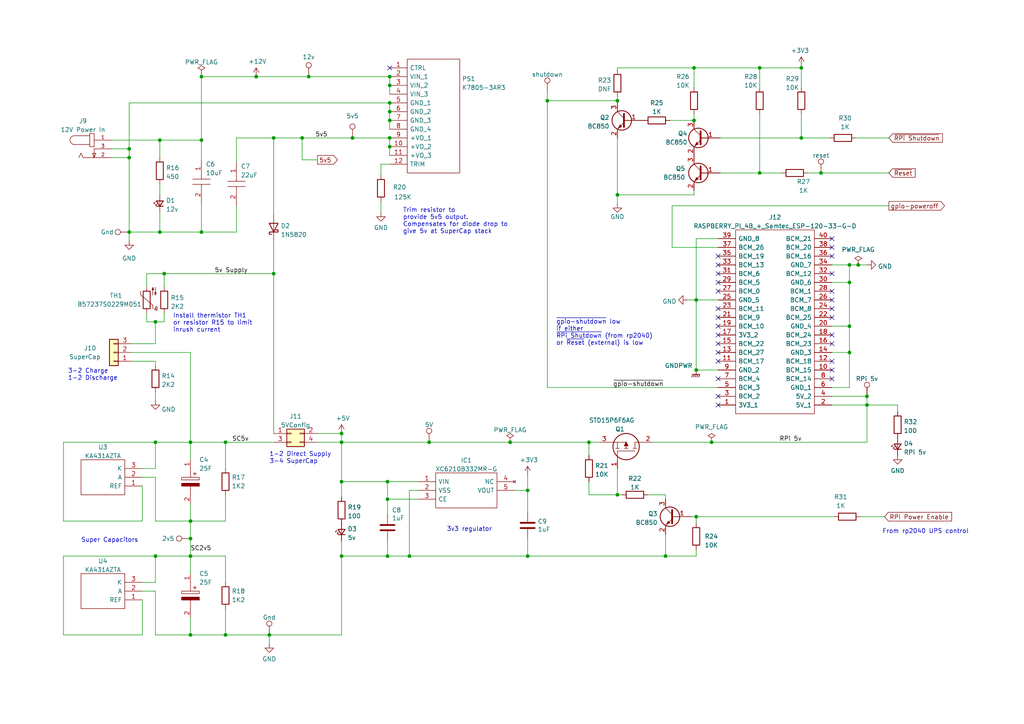
<source format=kicad_sch>
(kicad_sch (version 20211123) (generator eeschema)
  (paper "A4")
  (title_block (title "GUP Control Board") (date "2022-08-08") (rev "v3"))
  (lib_symbols
    (symbol "Connector:TestPoint" (pin_numbers hide) (pin_names (offset 0.762) hide)
      (property "Reference" "TP" (at 0 6.858 0))
      (property "Value" "TestPoint" (at 0 5.08 0))
      (symbol "TestPoint_1_1"
        (pin passive line (at 0 0 90) (length 2.54) (name "1") (number "1"))
      )
    )
    (symbol "Connector_Generic:Conn_01x03" (pin_names (offset 1.016) hide)
      (property "Reference" "J" (at 0 5.08 0))
      (property "Value" "Conn_01x03" (at 0 -5.08 0))
      (symbol "Conn_01x03_1_1"
        (pin passive line (at -5.08 2.54 0) (length 3.81) (name "Pin_1") (number "1"))
        (pin passive line (at -5.08 0 0) (length 3.81) (name "Pin_2") (number "2"))
        (pin passive line (at -5.08 -2.54 0) (length 3.81) (name "Pin_3") (number "3"))
      )
    )
    (symbol "Connector_Generic:Conn_02x02_Odd_Even" (pin_names (offset 1.016) hide)
      (property "Reference" "J" (at 1.27 2.54 0))
      (property "Value" "Conn_02x02_Odd_Even" (at 1.27 -5.08 0))
      (symbol "Conn_02x02_Odd_Even_1_1"
        (pin passive line (at -5.08 0 0) (length 3.81) (name "Pin_1") (number "1"))
        (pin passive line (at 7.62 0 180) (length 3.81) (name "Pin_2") (number "2"))
        (pin passive line (at -5.08 -2.54 0) (length 3.81) (name "Pin_3") (number "3"))
        (pin passive line (at 7.62 -2.54 180) (length 3.81) (name "Pin_4") (number "4"))
      )
    )
    (symbol "Device:C" (pin_numbers hide) (pin_names (offset 0.254))
      (property "Reference" "C" (at 0.635 2.54 0))
      (property "Value" "C" (at 0.635 -2.54 0))
      (symbol "C_1_1"
        (pin passive line (at 0 3.81 270) (length 2.794) (name "~") (number "1"))
        (pin passive line (at 0 -3.81 90) (length 2.794) (name "~") (number "2"))
      )
    )
    (symbol "Device:LED_Small" (pin_numbers hide) (pin_names (offset 0.254) hide)
      (property "Reference" "D" (at -1.27 3.175 0))
      (property "Value" "LED_Small" (at -4.445 -2.54 0))
      (symbol "LED_Small_1_1"
        (pin passive line (at -2.54 0 0) (length 1.778) (name "K") (number "1"))
        (pin passive line (at 2.54 0 180) (length 1.778) (name "A") (number "2"))
      )
    )
    (symbol "Device:R" (pin_numbers hide) (pin_names (offset 0))
      (property "Reference" "R" (at 2.032 0 90))
      (property "Value" "R" (at 0 0 90))
      (symbol "R_1_1"
        (pin passive line (at 0 3.81 270) (length 1.27) (name "~") (number "1"))
        (pin passive line (at 0 -3.81 90) (length 1.27) (name "~") (number "2"))
      )
    )
    (symbol "Device:Thermistor_NTC" (pin_numbers hide) (pin_names (offset 0))
      (property "Reference" "TH" (at -4.445 0 90))
      (property "Value" "Thermistor_NTC" (at 3.175 0 90))
      (symbol "Thermistor_NTC_1_1"
        (pin passive line (at 0 3.81 270) (length 1.27) (name "~") (number "1"))
        (pin passive line (at 0 -3.81 90) (length 1.27) (name "~") (number "2"))
      )
    )
    (symbol "Diode:1N5820" (pin_numbers hide) (pin_names (offset 1.016) hide)
      (property "Reference" "D" (at 0 2.54 0))
      (property "Value" "1N5820" (at 0 -2.54 0))
      (symbol "1N5820_1_1"
        (pin passive line (at -3.81 0 0) (length 2.54) (name "K") (number "1"))
        (pin passive line (at 3.81 0 180) (length 2.54) (name "A") (number "2"))
      )
    )
    (symbol "SamacSys_Parts:FG20X7S1H106KRT06" (pin_names (offset 0.762))
      (property "Reference" "C" (at 8.89 6.35 0))
      (property "Value" "FG20X7S1H106KRT06" (at 8.89 3.81 0))
      (symbol "FG20X7S1H106KRT06_0_0"
        (pin passive line (at 0 0 0) (length 5.08) (name "~") (number "1"))
        (pin passive line (at 12.7 0 180) (length 5.08) (name "~") (number "2"))
      )
    )
    (symbol "SamacSys_Parts:FK20X7R1A226MR000" (pin_names (offset 0.762))
      (property "Reference" "C" (at 8.89 6.35 0))
      (property "Value" "FK20X7R1A226MR000" (at 8.89 3.81 0))
      (symbol "FK20X7R1A226MR000_0_0"
        (pin passive line (at 0 0 0) (length 5.08) (name "~") (number "1"))
        (pin passive line (at 12.7 0 180) (length 5.08) (name "~") (number "2"))
      )
    )
    (symbol "SamacSys_Parts:K7805-3AR3" (pin_names (offset 0.762))
      (property "Reference" "PS" (at 21.59 7.62 0))
      (property "Value" "K7805-3AR3" (at 21.59 5.08 0))
      (symbol "K7805-3AR3_0_0"
        (pin passive line (at 0 0 0) (length 5.08) (name "CTRL") (number "1"))
        (pin passive line (at 0 -22.86 0) (length 5.08) (name "+VO_2") (number "10"))
        (pin passive line (at 0 -25.4 0) (length 5.08) (name "+VO_3") (number "11"))
        (pin passive line (at 0 -27.94 0) (length 5.08) (name "TRIM") (number "12"))
        (pin passive line (at 0 -2.54 0) (length 5.08) (name "VIN_1") (number "2"))
        (pin passive line (at 0 -5.08 0) (length 5.08) (name "VIN_2") (number "3"))
        (pin passive line (at 0 -7.62 0) (length 5.08) (name "VIN_3") (number "4"))
        (pin passive line (at 0 -10.16 0) (length 5.08) (name "GND_1") (number "5"))
        (pin passive line (at 0 -12.7 0) (length 5.08) (name "GND_2") (number "6"))
        (pin passive line (at 0 -15.24 0) (length 5.08) (name "GND_3") (number "7"))
        (pin passive line (at 0 -17.78 0) (length 5.08) (name "GND_4") (number "8"))
        (pin passive line (at 0 -20.32 0) (length 5.08) (name "+VO_1") (number "9"))
      )
    )
    (symbol "SamacSys_Parts:KA431AZTA" (pin_names (offset 0.762))
      (property "Reference" "IC" (at 19.05 7.62 0))
      (property "Value" "KA431AZTA" (at 19.05 5.08 0))
      (symbol "KA431AZTA_0_0"
        (pin passive line (at 0 0 0) (length 5.08) (name "REF") (number "1"))
        (pin passive line (at 0 -2.54 0) (length 5.08) (name "A") (number "2"))
        (pin passive line (at 0 -5.08 0) (length 5.08) (name "K") (number "3"))
      )
    )
    (symbol "SamacSys_Parts:PJ-102AH" (pin_names (offset 1.016) hide)
      (property "Reference" "J" (at -7.62 5.08 0))
      (property "Value" "PJ-102AH" (at -7.62 -5.08 0))
      (symbol "PJ-102AH_0_0"
        (pin passive line (at 5.08 2.54 180) (length 5.08) (name "~") (number "1"))
        (pin passive line (at 5.08 -2.54 180) (length 5.08) (name "~") (number "2"))
        (pin passive line (at 5.08 0 180) (length 5.08) (name "~") (number "3"))
      )
    )
    (symbol "SamacSys_Parts:RASPBERRY_PI_4B_+_Samtec_ESP-120-33-G-D" (pin_names (offset 0.762))
      (property "Reference" "J" (at 29.21 7.62 0))
      (property "Value" "RASPBERRY_PI_4B_+_Samtec_ESP-120-33-G-D" (at 29.21 5.08 0))
      (symbol "RASPBERRY_PI_4B_+_Samtec_ESP-120-33-G-D_0_0"
        (pin power_in line (at 0 -48.26 0) (length 5.08) (name "3V3_1") (number "1"))
        (pin passive line (at 33.02 -38.1 180) (length 5.08) (name "BCM_15") (number "10"))
        (pin passive line (at 0 -35.56 0) (length 5.08) (name "BCM_17") (number "11"))
        (pin passive line (at 33.02 -35.56 180) (length 5.08) (name "BCM_18") (number "12"))
        (pin passive line (at 0 -33.02 0) (length 5.08) (name "BCM_27") (number "13"))
        (pin power_in line (at 33.02 -33.02 180) (length 5.08) (name "GND_3") (number "14"))
        (pin passive line (at 0 -30.48 0) (length 5.08) (name "BCM_22") (number "15"))
        (pin passive line (at 33.02 -30.48 180) (length 5.08) (name "BCM_23") (number "16"))
        (pin power_in line (at 0 -27.94 0) (length 5.08) (name "3V3_2") (number "17"))
        (pin passive line (at 33.02 -27.94 180) (length 5.08) (name "BCM_24") (number "18"))
        (pin passive line (at 0 -25.4 0) (length 5.08) (name "BCM_10") (number "19"))
        (pin power_in line (at 33.02 -48.26 180) (length 5.08) (name "5V_1") (number "2"))
        (pin power_in line (at 33.02 -25.4 180) (length 5.08) (name "GND_4") (number "20"))
        (pin passive line (at 0 -22.86 0) (length 5.08) (name "BCM_9") (number "21"))
        (pin passive line (at 33.02 -22.86 180) (length 5.08) (name "BCM_25") (number "22"))
        (pin passive line (at 0 -20.32 0) (length 5.08) (name "BCM_11") (number "23"))
        (pin passive line (at 33.02 -20.32 180) (length 5.08) (name "BCM_8") (number "24"))
        (pin power_in line (at 0 -17.78 0) (length 5.08) (name "GND_5") (number "25"))
        (pin passive line (at 33.02 -17.78 180) (length 5.08) (name "BCM_7") (number "26"))
        (pin passive line (at 0 -15.24 0) (length 5.08) (name "BCM_0") (number "27"))
        (pin passive line (at 33.02 -15.24 180) (length 5.08) (name "BCM_1") (number "28"))
        (pin passive line (at 0 -12.7 0) (length 5.08) (name "BCM_5") (number "29"))
        (pin passive line (at 0 -45.72 0) (length 5.08) (name "BCM_2") (number "3"))
        (pin power_in line (at 33.02 -12.7 180) (length 5.08) (name "GND_6") (number "30"))
        (pin passive line (at 0 -10.16 0) (length 5.08) (name "BCM_6") (number "31"))
        (pin passive line (at 33.02 -10.16 180) (length 5.08) (name "BCM_12") (number "32"))
        (pin passive line (at 0 -7.62 0) (length 5.08) (name "BCM_13") (number "33"))
        (pin power_in line (at 33.02 -7.62 180) (length 5.08) (name "GND_7") (number "34"))
        (pin passive line (at 0 -5.08 0) (length 5.08) (name "BCM_19") (number "35"))
        (pin passive line (at 33.02 -5.08 180) (length 5.08) (name "BCM_16") (number "36"))
        (pin passive line (at 0 -2.54 0) (length 5.08) (name "BCM_26") (number "37"))
        (pin passive line (at 33.02 -2.54 180) (length 5.08) (name "BCM_20") (number "38"))
        (pin power_in line (at 0 0 0) (length 5.08) (name "GND_8") (number "39"))
        (pin power_in line (at 33.02 -45.72 180) (length 5.08) (name "5V_2") (number "4"))
        (pin passive line (at 33.02 0 180) (length 5.08) (name "BCM_21") (number "40"))
        (pin passive line (at 0 -43.18 0) (length 5.08) (name "BCM_3") (number "5"))
        (pin power_in line (at 33.02 -43.18 180) (length 5.08) (name "GND_1") (number "6"))
        (pin passive line (at 0 -40.64 0) (length 5.08) (name "BCM_4") (number "7"))
        (pin passive line (at 33.02 -40.64 180) (length 5.08) (name "BCM_14") (number "8"))
        (pin power_in line (at 0 -38.1 0) (length 5.08) (name "GND_2") (number "9"))
      )
    )
    (symbol "SamacSys_Parts:SCCU25B256SRB" (pin_names (offset 0.762))
      (property "Reference" "C" (at 8.89 6.35 0))
      (property "Value" "SCCU25B256SRB" (at 8.89 3.81 0))
      (symbol "SCCU25B256SRB_0_0"
        (pin passive line (at 0 0 0) (length 2.54) (name "~") (number "1"))
        (pin passive line (at 12.7 0 180) (length 2.54) (name "~") (number "2"))
      )
    )
    (symbol "SamacSys_Parts:STD15P6F6AG" (pin_names (offset 0.762))
      (property "Reference" "Q" (at 11.43 3.81 0))
      (property "Value" "STD15P6F6AG" (at 11.43 1.27 0))
      (symbol "STD15P6F6AG_0_0"
        (pin passive line (at 0 0 0) (length 2.54) (name "~") (number "1"))
        (pin passive line (at 7.62 10.16 270) (length 2.54) (name "~") (number "2"))
        (pin passive line (at 7.62 -5.08 90) (length 2.54) (name "~") (number "3"))
      )
    )
    (symbol "SamacSys_Parts:XC6210B332MR-G" (pin_names (offset 0.762))
      (property "Reference" "IC" (at 24.13 7.62 0))
      (property "Value" "XC6210B332MR-G" (at 24.13 5.08 0))
      (symbol "XC6210B332MR-G_0_0"
        (pin passive line (at 0 0 0) (length 5.08) (name "VIN") (number "1"))
        (pin passive line (at 0 -2.54 0) (length 5.08) (name "VSS") (number "2"))
        (pin passive line (at 0 -5.08 0) (length 5.08) (name "CE") (number "3"))
        (pin no_connect line (at 27.94 0 180) (length 5.08) (name "NC") (number "4"))
        (pin passive line (at 27.94 -2.54 180) (length 5.08) (name "VOUT") (number "5"))
      )
    )
    (symbol "Transistor_BJT:BC850" (pin_names (offset 0) hide)
      (property "Reference" "Q" (at 5.08 1.905 0))
      (property "Value" "BC850" (at 5.08 0 0))
      (symbol "BC850_1_1"
        (pin input line (at -5.08 0 0) (length 5.715) (name "B") (number "1"))
        (pin passive line (at 2.54 -5.08 90) (length 2.54) (name "E") (number "2"))
        (pin passive line (at 2.54 5.08 270) (length 2.54) (name "C") (number "3"))
      )
    )
    (symbol "power:+12V" (power) (pin_names (offset 0))
      (property "Value" "+12V" (at 0 3.556 0))
      (symbol "+12V_1_1"
        (pin power_in line (at 0 0 90) (length 0) hide (name "+12V") (number "1"))
      )
    )
    (symbol "power:+3V3" (power) (pin_names (offset 0))
      (property "Value" "+3V3" (at 0 3.556 0))
      (symbol "+3V3_1_1"
        (pin power_in line (at 0 0 90) (length 0) hide (name "+3V3") (number "1"))
      )
    )
    (symbol "power:+5V" (power) (pin_names (offset 0))
      (property "Value" "+5V" (at 0 3.556 0))
      (symbol "+5V_1_1"
        (pin power_in line (at 0 0 90) (length 0) hide (name "+5V") (number "1"))
      )
    )
    (symbol "power:GND" (power) (pin_names (offset 0))
      (property "Value" "GND" (at 0 -3.81 0))
      (symbol "GND_1_1"
        (pin power_in line (at 0 0 270) (length 0) hide (name "GND") (number "1"))
      )
    )
    (symbol "power:GNDPWR" (power) (pin_names (offset 0))
      (property "Value" "GNDPWR" (at 0 -3.302 0))
      (symbol "GNDPWR_1_1"
        (pin power_in line (at 0 0 270) (length 0) hide (name "GNDPWR") (number "1"))
      )
    )
    (symbol "power:PWR_FLAG" (power) (pin_numbers hide) (pin_names (offset 0) hide)
      (property "Value" "PWR_FLAG" (at 0 3.81 0))
      (symbol "PWR_FLAG_0_0"
        (pin power_out line (at 0 0 90) (length 0) (name "pwr") (number "1"))
      )
    )
  )
  (junction (at 46.355 67.31))
  (junction (at 112.395 161.29))
  (junction (at 74.295 22.225))
  (junction (at 113.03 42.545))
  (junction (at 238.125 50.165))
  (junction (at 55.245 156.21))
  (junction (at 118.745 161.29))
  (junction (at 45.085 128.27))
  (junction (at 246.38 76.835))
  (junction (at 246.38 102.235))
  (junction (at 58.42 40.64))
  (junction (at 193.04 161.29))
  (junction (at 89.535 22.225))
  (junction (at 55.245 151.13))
  (junction (at 65.405 128.27))
  (junction (at 232.41 19.685))
  (junction (at 99.06 161.29))
  (junction (at 179.07 29.21))
  (junction (at 248.92 76.835))
  (junction (at 153.035 161.29))
  (junction (at 99.06 139.7))
  (junction (at 251.46 117.475))
  (junction (at 153.035 142.24))
  (junction (at 55.245 128.27))
  (junction (at 246.38 81.915))
  (junction (at 201.295 34.925))
  (junction (at 37.465 45.72))
  (junction (at 251.46 114.935))
  (junction (at 113.03 22.225))
  (junction (at 201.93 86.995))
  (junction (at 102.235 40.005))
  (junction (at 220.345 50.165))
  (junction (at 55.245 184.15))
  (junction (at 113.03 29.845))
  (junction (at 246.38 94.615))
  (junction (at 201.93 107.315))
  (junction (at 58.42 22.225))
  (junction (at 55.245 161.29))
  (junction (at 201.295 19.685))
  (junction (at 124.46 128.27))
  (junction (at 58.42 67.31))
  (junction (at 99.06 125.73))
  (junction (at 206.375 128.27))
  (junction (at 220.345 19.685))
  (junction (at 170.815 128.27))
  (junction (at 112.395 139.7))
  (junction (at 113.03 32.385))
  (junction (at 37.465 67.31))
  (junction (at 79.375 40.005))
  (junction (at 79.375 79.375))
  (junction (at 45.085 93.345))
  (junction (at 113.03 40.005))
  (junction (at 45.085 161.29))
  (junction (at 87.63 40.005))
  (junction (at 112.395 144.78))
  (junction (at 147.955 128.27))
  (junction (at 179.07 56.515))
  (junction (at 232.41 40.005))
  (junction (at 47.625 79.375))
  (junction (at 78.105 184.15))
  (junction (at 113.03 24.765))
  (junction (at 46.355 40.64))
  (junction (at 179.07 143.51))
  (junction (at 201.93 149.86))
  (junction (at 65.405 184.15))
  (junction (at 37.465 43.18))
  (junction (at 99.06 128.27))
  (junction (at 158.75 29.21))
  (junction (at 113.03 34.925))
  (no_connect (at 208.28 94.615))
  (no_connect (at 241.3 86.995))
  (no_connect (at 241.3 92.075))
  (no_connect (at 241.3 69.215))
  (no_connect (at 208.28 89.535))
  (no_connect (at 208.28 79.375))
  (no_connect (at 241.3 71.755))
  (no_connect (at 208.28 74.295))
  (no_connect (at 241.3 109.855))
  (no_connect (at 241.3 74.295))
  (no_connect (at 208.28 114.935))
  (no_connect (at 241.3 104.775))
  (no_connect (at 208.28 109.855))
  (no_connect (at 113.03 19.685))
  (no_connect (at 241.3 99.695))
  (no_connect (at 241.3 84.455))
  (no_connect (at 241.3 79.375))
  (no_connect (at 208.28 104.775))
  (no_connect (at 208.28 92.075))
  (no_connect (at 241.3 97.155))
  (no_connect (at 208.28 99.695))
  (no_connect (at 208.28 81.915))
  (no_connect (at 241.3 107.315))
  (no_connect (at 208.28 102.235))
  (no_connect (at 208.28 97.155))
  (no_connect (at 208.28 84.455))
  (no_connect (at 208.28 76.835))
  (no_connect (at 241.3 89.535))
  (no_connect (at 208.28 117.475))
  (wire (pts (xy 55.245 161.29) (xy 55.245 166.37)))
  (wire (pts (xy 201.93 86.995) (xy 208.28 86.995)))
  (wire (pts (xy 37.465 29.845) (xy 37.465 43.18)))
  (wire (pts (xy 179.07 20.32) (xy 179.07 19.685)))
  (wire (pts (xy 99.06 144.145) (xy 99.06 139.7)))
  (wire (pts (xy 153.035 137.795) (xy 153.035 142.24)))
  (wire (pts (xy 37.465 69.85) (xy 37.465 67.31)))
  (wire (pts (xy 201.93 161.29) (xy 193.04 161.29)))
  (wire (pts (xy 232.41 19.685) (xy 232.41 25.4)))
  (wire (pts (xy 65.405 128.27) (xy 65.405 135.89)))
  (wire (pts (xy 201.93 159.385) (xy 201.93 161.29)))
  (wire (pts (xy 201.93 107.315) (xy 208.28 107.315)))
  (wire (pts (xy 124.46 128.27) (xy 147.955 128.27)))
  (wire (pts (xy 65.405 151.13) (xy 65.405 143.51)))
  (wire (pts (xy 99.06 125.73) (xy 92.075 125.73)))
  (wire (pts (xy 246.38 76.835) (xy 248.92 76.835)))
  (wire (pts (xy 65.405 161.29) (xy 65.405 168.91)))
  (wire (pts (xy 65.405 161.29) (xy 55.245 161.29)))
  (wire (pts (xy 153.035 161.29) (xy 193.04 161.29)))
  (wire (pts (xy 79.375 40.005) (xy 87.63 40.005)))
  (wire (pts (xy 37.465 29.845) (xy 113.03 29.845)))
  (wire (pts (xy 55.245 128.27) (xy 55.245 133.35)))
  (wire (pts (xy 187.96 143.51) (xy 193.04 143.51)))
  (wire (pts (xy 45.085 184.15) (xy 55.245 184.15)))
  (wire (pts (xy 113.03 32.385) (xy 113.03 34.925)))
  (wire (pts (xy 46.355 61.595) (xy 46.355 67.31)))
  (wire (pts (xy 179.07 59.055) (xy 179.07 56.515)))
  (wire (pts (xy 189.23 128.27) (xy 206.375 128.27)))
  (wire (pts (xy 55.245 156.21) (xy 55.245 161.29)))
  (wire (pts (xy 112.395 161.29) (xy 118.745 161.29)))
  (wire (pts (xy 38.1 104.775) (xy 45.085 104.775)))
  (wire (pts (xy 37.465 43.18) (xy 37.465 45.72)))
  (wire (pts (xy 112.395 156.845) (xy 112.395 161.29)))
  (wire (pts (xy 18.415 161.29) (xy 45.085 161.29)))
  (wire (pts (xy 46.355 40.64) (xy 46.355 45.72)))
  (wire (pts (xy 32.385 45.72) (xy 37.465 45.72)))
  (wire (pts (xy 38.1 99.695) (xy 45.085 99.695)))
  (wire (pts (xy 113.03 29.845) (xy 113.03 32.385)))
  (wire (pts (xy 179.07 56.515) (xy 201.295 56.515)))
  (wire (pts (xy 206.375 128.27) (xy 251.46 128.27)))
  (wire (pts (xy 246.38 81.915) (xy 246.38 94.615)))
  (wire (pts (xy 170.815 143.51) (xy 179.07 143.51)))
  (wire (pts (xy 58.42 40.64) (xy 58.42 46.355)))
  (wire (pts (xy 121.285 142.24) (xy 118.745 142.24)))
  (wire (pts (xy 46.355 40.64) (xy 58.42 40.64)))
  (wire (pts (xy 201.93 149.86) (xy 241.935 149.86)))
  (wire (pts (xy 170.815 139.7) (xy 170.815 143.51)))
  (wire (pts (xy 201.295 34.925) (xy 201.295 33.02)))
  (wire (pts (xy 153.035 142.24) (xy 153.035 148.59)))
  (wire (pts (xy 55.245 146.05) (xy 55.245 151.13)))
  (wire (pts (xy 99.06 125.73) (xy 99.06 128.27)))
  (wire (pts (xy 18.415 128.27) (xy 45.085 128.27)))
  (wire (pts (xy 153.035 156.21) (xy 153.035 161.29)))
  (wire (pts (xy 42.545 93.345) (xy 45.085 93.345)))
  (wire (pts (xy 58.42 67.31) (xy 68.58 67.31)))
  (wire (pts (xy 42.545 79.375) (xy 47.625 79.375)))
  (wire (pts (xy 89.535 22.225) (xy 113.03 22.225)))
  (wire (pts (xy 208.915 40.005) (xy 232.41 40.005)))
  (wire (pts (xy 208.28 69.215) (xy 201.93 69.215)))
  (wire (pts (xy 18.415 151.13) (xy 18.415 128.27)))
  (wire (pts (xy 37.465 45.72) (xy 37.465 67.31)))
  (wire (pts (xy 45.085 168.91) (xy 45.085 161.29)))
  (wire (pts (xy 78.105 184.15) (xy 78.105 186.69)))
  (wire (pts (xy 241.3 76.835) (xy 246.38 76.835)))
  (wire (pts (xy 257.81 59.69) (xy 194.945 59.69)))
  (wire (pts (xy 246.38 94.615) (xy 246.38 102.235)))
  (wire (pts (xy 241.3 94.615) (xy 246.38 94.615)))
  (wire (pts (xy 238.125 50.165) (xy 257.81 50.165)))
  (wire (pts (xy 41.275 168.91) (xy 45.085 168.91)))
  (wire (pts (xy 158.75 112.395) (xy 208.28 112.395)))
  (wire (pts (xy 41.275 135.89) (xy 45.085 135.89)))
  (wire (pts (xy 41.275 173.99) (xy 41.275 184.15)))
  (wire (pts (xy 199.39 86.995) (xy 201.93 86.995)))
  (wire (pts (xy 201.295 19.685) (xy 201.295 25.4)))
  (wire (pts (xy 45.085 93.345) (xy 47.625 93.345)))
  (wire (pts (xy 65.405 128.27) (xy 79.375 128.27)))
  (wire (pts (xy 99.06 139.7) (xy 99.06 128.27)))
  (wire (pts (xy 55.245 128.27) (xy 65.405 128.27)))
  (wire (pts (xy 45.085 93.345) (xy 45.085 99.695)))
  (wire (pts (xy 249.555 149.86) (xy 256.54 149.86)))
  (wire (pts (xy 99.06 139.7) (xy 112.395 139.7)))
  (wire (pts (xy 99.06 161.29) (xy 112.395 161.29)))
  (wire (pts (xy 112.395 144.78) (xy 112.395 139.7)))
  (wire (pts (xy 193.04 143.51) (xy 193.04 144.78)))
  (wire (pts (xy 113.03 34.925) (xy 113.03 37.465)))
  (wire (pts (xy 220.345 19.685) (xy 220.345 25.4)))
  (wire (pts (xy 42.545 83.185) (xy 42.545 79.375)))
  (wire (pts (xy 248.92 76.835) (xy 251.46 76.835)))
  (wire (pts (xy 45.085 128.27) (xy 55.245 128.27)))
  (wire (pts (xy 118.745 142.24) (xy 118.745 161.29)))
  (wire (pts (xy 194.945 71.755) (xy 208.28 71.755)))
  (wire (pts (xy 246.38 81.915) (xy 246.38 76.835)))
  (wire (pts (xy 45.085 138.43) (xy 45.085 151.13)))
  (wire (pts (xy 201.295 56.515) (xy 201.295 55.245)))
  (wire (pts (xy 41.275 184.15) (xy 18.415 184.15)))
  (wire (pts (xy 113.03 40.005) (xy 113.03 42.545)))
  (wire (pts (xy 201.93 149.86) (xy 201.93 151.765)))
  (wire (pts (xy 47.625 83.185) (xy 47.625 79.375)))
  (wire (pts (xy 179.07 143.51) (xy 179.07 135.89)))
  (wire (pts (xy 99.06 184.15) (xy 99.06 161.29)))
  (wire (pts (xy 55.245 151.13) (xy 65.405 151.13)))
  (wire (pts (xy 47.625 79.375) (xy 79.375 79.375)))
  (wire (pts (xy 179.07 29.21) (xy 158.75 29.21)))
  (wire (pts (xy 241.3 112.395) (xy 246.38 112.395)))
  (wire (pts (xy 55.245 151.13) (xy 55.245 156.21)))
  (wire (pts (xy 92.075 128.27) (xy 99.06 128.27)))
  (wire (pts (xy 201.295 19.685) (xy 220.345 19.685)))
  (wire (pts (xy 201.93 86.995) (xy 201.93 107.315)))
  (wire (pts (xy 74.295 22.225) (xy 89.535 22.225)))
  (wire (pts (xy 179.07 29.845) (xy 179.07 29.21)))
  (wire (pts (xy 42.545 90.805) (xy 42.545 93.345)))
  (wire (pts (xy 240.665 40.005) (xy 232.41 40.005)))
  (wire (pts (xy 55.245 179.07) (xy 55.245 184.15)))
  (wire (pts (xy 112.395 149.225) (xy 112.395 144.78)))
  (wire (pts (xy 55.245 102.235) (xy 55.245 128.27)))
  (wire (pts (xy 194.945 59.69) (xy 194.945 71.755)))
  (wire (pts (xy 179.07 143.51) (xy 180.34 143.51)))
  (wire (pts (xy 246.38 81.915) (xy 241.3 81.915)))
  (wire (pts (xy 241.3 102.235) (xy 246.38 102.235)))
  (wire (pts (xy 79.375 40.005) (xy 79.375 62.23)))
  (wire (pts (xy 65.405 184.15) (xy 78.105 184.15)))
  (wire (pts (xy 121.285 144.78) (xy 112.395 144.78)))
  (wire (pts (xy 251.46 117.475) (xy 251.46 128.27)))
  (wire (pts (xy 99.06 128.27) (xy 124.46 128.27)))
  (wire (pts (xy 45.085 151.13) (xy 55.245 151.13)))
  (wire (pts (xy 220.345 33.02) (xy 220.345 50.165)))
  (wire (pts (xy 46.355 67.31) (xy 58.42 67.31)))
  (wire (pts (xy 201.295 34.925) (xy 194.31 34.925)))
  (wire (pts (xy 68.58 67.31) (xy 68.58 59.69)))
  (wire (pts (xy 68.58 40.005) (xy 79.375 40.005)))
  (wire (pts (xy 102.235 40.005) (xy 113.03 40.005)))
  (wire (pts (xy 45.085 161.29) (xy 55.245 161.29)))
  (wire (pts (xy 18.415 184.15) (xy 18.415 161.29)))
  (wire (pts (xy 170.815 128.27) (xy 173.99 128.27)))
  (wire (pts (xy 241.3 117.475) (xy 251.46 117.475)))
  (wire (pts (xy 79.375 79.375) (xy 79.375 125.73)))
  (wire (pts (xy 220.345 19.685) (xy 232.41 19.685)))
  (wire (pts (xy 41.275 171.45) (xy 45.085 171.45)))
  (wire (pts (xy 118.745 161.29) (xy 153.035 161.29)))
  (wire (pts (xy 158.75 29.21) (xy 158.75 112.395)))
  (wire (pts (xy 179.07 27.94) (xy 179.07 29.21)))
  (wire (pts (xy 113.03 22.225) (xy 113.03 24.765)))
  (wire (pts (xy 113.03 47.625) (xy 110.49 47.625)))
  (wire (pts (xy 257.81 40.005) (xy 248.285 40.005)))
  (wire (pts (xy 37.465 67.31) (xy 46.355 67.31)))
  (wire (pts (xy 170.815 128.27) (xy 170.815 132.08)))
  (wire (pts (xy 87.63 46.355) (xy 92.075 46.355)))
  (wire (pts (xy 87.63 40.005) (xy 87.63 46.355)))
  (wire (pts (xy 45.085 171.45) (xy 45.085 184.15)))
  (wire (pts (xy 232.41 33.02) (xy 232.41 40.005)))
  (wire (pts (xy 58.42 40.64) (xy 58.42 22.225)))
  (wire (pts (xy 58.42 22.225) (xy 58.42 21.59)))
  (wire (pts (xy 45.085 128.27) (xy 45.085 135.89)))
  (wire (pts (xy 232.41 19.05) (xy 232.41 19.685)))
  (wire (pts (xy 201.93 69.215) (xy 201.93 86.995)))
  (wire (pts (xy 241.3 114.935) (xy 251.46 114.935)))
  (wire (pts (xy 68.58 40.005) (xy 68.58 46.99)))
  (wire (pts (xy 158.75 26.67) (xy 158.75 29.21)))
  (wire (pts (xy 226.695 50.165) (xy 220.345 50.165)))
  (wire (pts (xy 41.275 140.97) (xy 41.275 151.13)))
  (wire (pts (xy 47.625 93.345) (xy 47.625 90.805)))
  (wire (pts (xy 38.1 102.235) (xy 55.245 102.235)))
  (wire (pts (xy 246.38 112.395) (xy 246.38 102.235)))
  (wire (pts (xy 110.49 47.625) (xy 110.49 50.8)))
  (wire (pts (xy 260.35 119.38) (xy 260.35 117.475)))
  (wire (pts (xy 45.085 104.775) (xy 45.085 106.045)))
  (wire (pts (xy 234.315 50.165) (xy 238.125 50.165)))
  (wire (pts (xy 149.225 142.24) (xy 153.035 142.24)))
  (wire (pts (xy 87.63 40.005) (xy 102.235 40.005)))
  (wire (pts (xy 37.465 43.18) (xy 32.385 43.18)))
  (wire (pts (xy 41.275 151.13) (xy 18.415 151.13)))
  (wire (pts (xy 113.03 42.545) (xy 113.03 45.085)))
  (wire (pts (xy 78.105 184.15) (xy 99.06 184.15)))
  (wire (pts (xy 112.395 139.7) (xy 121.285 139.7)))
  (wire (pts (xy 55.245 184.15) (xy 65.405 184.15)))
  (wire (pts (xy 99.06 156.845) (xy 99.06 161.29)))
  (wire (pts (xy 193.04 154.94) (xy 193.04 161.29)))
  (wire (pts (xy 113.03 24.765) (xy 113.03 27.305)))
  (wire (pts (xy 260.35 117.475) (xy 251.46 117.475)))
  (wire (pts (xy 58.42 22.225) (xy 74.295 22.225)))
  (wire (pts (xy 179.07 40.005) (xy 179.07 56.515)))
  (wire (pts (xy 147.955 128.27) (xy 170.815 128.27)))
  (wire (pts (xy 45.085 116.205) (xy 45.085 113.665)))
  (wire (pts (xy 201.93 149.86) (xy 200.66 149.86)))
  (wire (pts (xy 251.46 114.935) (xy 251.46 117.475)))
  (wire (pts (xy 79.375 69.85) (xy 79.375 79.375)))
  (wire (pts (xy 58.42 59.055) (xy 58.42 67.31)))
  (wire (pts (xy 110.49 61.595) (xy 110.49 58.42)))
  (wire (pts (xy 41.275 138.43) (xy 45.085 138.43)))
  (wire (pts (xy 179.07 19.685) (xy 201.295 19.685)))
  (wire (pts (xy 65.405 184.15) (xy 65.405 176.53)))
  (wire (pts (xy 32.385 40.64) (xy 46.355 40.64)))
  (wire (pts (xy 220.345 50.165) (xy 208.915 50.165)))
  (wire (pts (xy 46.355 56.515) (xy 46.355 53.34)))
  (text "1-2 Direct Supply\n3-4 SuperCap" (at 78.105 134.62 0) (effects (font (size 1.27 1.27)) (justify left bottom)))
  (text "Trim resistor to \nprovide 5v5 output.\nCompensates for diode drop to \ngive 5v at SuperCap stack" (at 116.84 67.945 0) (effects (font (size 1.27 1.27)) (justify left bottom)))
  (text "~{gpio-shutdown} low\nif either \n~{RPi Shutdown} (from rp2040)\nor ~{Reset} (external) is low" (at 161.29 100.33 0) (effects (font (size 1.27 1.27)) (justify left bottom)))
  (text "From rp2040 UPS control" (at 255.905 154.94 0) (effects (font (size 1.27 1.27)) (justify left bottom)))
  (text "Install thermistor TH1\nor resistor R15 to limit\ninrush current " (at 50.165 96.52 0) (effects (font (size 1.27 1.27)) (justify left bottom)))
  (text "3v3 regulator" (at 129.54 154.305 0) (effects (font (size 1.27 1.27)) (justify left bottom)))
  (text "Super Capacitors" (at 23.495 157.48 0) (effects (font (size 1.27 1.27)) (justify left bottom)))
  (text "3-2 Charge\n1-2 Discharge" (at 19.685 110.49 0) (effects (font (size 1.27 1.27)) (justify left bottom)))
  (label "5v Supply" (at 62.23 79.375 0))
  (label "5v5" (at 91.44 40.005 0))
  (label "~{gpio-shutdown}" (at 177.8 112.395 0))
  (label "SC5v" (at 67.31 128.27 0))
  (label "RPi 5v" (at 226.06 128.27 0))
  (label "SC2v5" (at 55.245 160.02 0))
  (global_label "RPI Power Enable" (shape input) (at 256.54 149.86 0) (property "Intersheet References" "${INTERSHEET_REFS}" (effects hide)))
  (global_label "~{RPi Shutdown}" (shape input) (at 257.81 40.005 0) (property "Intersheet References" "${INTERSHEET_REFS}" (effects hide)))
  (global_label "5v5" (shape output) (at 92.075 46.355 0) (property "Intersheet References" "${INTERSHEET_REFS}" (effects hide)))
  (global_label "~{Reset}" (shape input) (at 257.81 50.165 0) (property "Intersheet References" "${INTERSHEET_REFS}" (effects hide)))
  (global_label "gpio-poweroff" (shape output) (at 257.81 59.69 0) (property "Intersheet References" "${INTERSHEET_REFS}" (effects hide)))
  (symbol (lib_id "Device:R") (at 65.405 172.72 180) (unit 1)
    (property "Reference" "R18" (at 71.12 171.45 0) (effects (justify left)))
    (property "Value" "1K2" (at 71.12 173.99 0) (effects (justify left)))
    (property "Footprint" "Resistor_THT:R_Axial_DIN0207_L6.3mm_D2.5mm_P10.16mm_Horizontal" (effects hide))
  )
  (symbol (lib_id "Device:C") (at 112.395 153.035 0) (unit 1)
    (property "Reference" "C8" (at 113.665 147.955 0) (effects (justify left)))
    (property "Value" "1uF" (at 113.665 150.2664 0) (effects (justify left)))
    (property "Footprint" "Capacitor_SMD:C_1206_3216Metric_Pad1.33x1.80mm_HandSolder" (effects hide))
  )
  (symbol (lib_id "power:GND") (at 110.49 61.595 0) (mirror y) (unit 1)
    (property "Reference" "#PWR033" (effects hide))
    (property "Value" "GND" (at 110.49 66.0384 0))
  )
  (symbol (lib_id "Connector:TestPoint") (at 124.46 128.27 0) (unit 1)
    (property "Reference" "TP6" (effects hide))
    (property "Value" "5V" (at 124.46 123.19 0))
    (property "Footprint" "SamacSys_Parts:4952" (effects hide))
  )
  (symbol (lib_id "power:PWR_FLAG") (at 147.955 128.27 0) (unit 1)
    (property "Reference" "#FLG02" (effects hide))
    (property "Value" "PWR_FLAG" (at 147.955 124.6942 0))
  )
  (symbol (lib_id "power:GND") (at 78.105 186.69 0) (unit 1)
    (property "Reference" "#PWR031" (effects hide))
    (property "Value" "GND" (at 78.105 191.1334 0))
  )
  (symbol (lib_id "Device:R") (at 179.07 24.13 0) (mirror y) (unit 1)
    (property "Reference" "R23" (at 177.292 23.2953 0) (effects (justify left)))
    (property "Value" "DNF" (at 177.292 25.8322 0) (effects (justify left)))
    (property "Footprint" "Resistor_SMD:R_1206_3216Metric_Pad1.30x1.75mm_HandSolder" (effects hide))
  )
  (symbol (lib_id "power:GND") (at 199.39 86.995 270) (unit 1)
    (property "Reference" "#PWR036" (effects hide))
    (property "Value" "GND" (at 196.2151 87.4288 90) (effects (justify right)))
  )
  (symbol (lib_id "power:GNDPWR") (at 201.93 107.315 0) (unit 1)
    (property "Reference" "#PWR037" (effects hide))
    (property "Value" "GNDPWR" (at 196.85 106.045 0))
  )
  (symbol (lib_id "SamacSys_Parts:XC6210B332MR-G") (at 121.285 139.7 0) (unit 1)
    (property "Reference" "IC1" (at 135.255 133.511 0))
    (property "Value" "XC6210B332MR-G" (at 135.255 136.0479 0))
    (property "Footprint" "SamacSys_Parts:SOT95P280X130-5N" (effects hide))
    (property "Datasheet" "https://www.torexsemi.com/file/xc6210/XC6210.pdf" (effects hide))
    (property "Description" "LDO Voltage Regulators 700mA High Speed Votage Regulator" (effects hide))
    (property "Height" "1.3" (effects hide))
    (property "Mouser Part Number" "865-XC6210B332MR-G" (effects hide))
    (property "Mouser Price/Stock" "https://www.mouser.co.uk/ProductDetail/Torex-Semiconductor/XC6210B332MR-G?qs=AsjdqWjXhJ%2FS4LOuBYdYHQ%3D%3D" (effects hide))
    (property "Manufacturer_Name" "Torex" (effects hide))
    (property "Manufacturer_Part_Number" "XC6210B332MR-G" (effects hide))
  )
  (symbol (lib_id "Connector_Generic:Conn_02x02_Odd_Even") (at 84.455 125.73 0) (unit 1)
    (property "Reference" "J11" (at 85.725 120.7602 0))
    (property "Value" "5VConfig" (at 85.725 123.2971 0))
    (property "Footprint" "Connector_PinHeader_2.54mm:PinHeader_2x02_P2.54mm_Vertical" (effects hide))
  )
  (symbol (lib_id "Transistor_BJT:BC850") (at 195.58 149.86 0) (mirror y) (unit 1)
    (property "Reference" "Q3" (at 190.7286 149.0253 0) (effects (justify left)))
    (property "Value" "BC850" (at 190.7286 151.5622 0) (effects (justify left)))
    (property "Footprint" "Package_TO_SOT_SMD:SOT-23" (effects hide))
    (property "Datasheet" "http://www.infineon.com/dgdl/Infineon-BC847SERIES_BC848SERIES_BC849SERIES_BC850SERIES-DS-v01_01-en.pdf?fileId=db3a304314dca389011541d4630a1657" (effects hide))
  )
  (symbol (lib_id "SamacSys_Parts:K7805-3AR3") (at 113.03 19.685 0) (unit 1)
    (property "Reference" "PS1" (at 133.985 22.8631 0) (effects (justify left)))
    (property "Value" "K7805-3AR3" (at 133.985 25.4 0) (effects (justify left)))
    (property "Footprint" "SamacSys_Parts:K78053AR3" (effects hide))
    (property "Datasheet" "https://www.mornsun-power.jp/html/pdf/K7805-3AR3.html" (effects hide))
    (property "Description" "DC/DC Converter" (effects hide))
    (property "Height" "15.35" (effects hide))
    (property "Manufacturer_Name" "Mornsun" (effects hide))
    (property "Manufacturer_Part_Number" "K7805-3AR3" (effects hide))
  )
  (symbol (lib_id "SamacSys_Parts:FK20X7R1A226MR000") (at 68.58 46.99 270) (unit 1)
    (property "Reference" "C7" (at 69.85 48.26 90) (effects (justify left)))
    (property "Value" "22uF" (at 69.85 50.7969 90) (effects (justify left)))
    (property "Footprint" "SamacSys_Parts:FK20" (effects hide))
    (property "Datasheet" "https://product.tdk.com/system/files/dam/doc/product/capacitor/ceramic/lead-mlcc/catalog/leadmlcc_conventional_fk_en.pdf" (effects hide))
    (property "Description" "MLCC with Dipped Radial Lead, Capacitance=22uF, LxWxT:5.5x7x4mm, Lead pitch:5mm" (effects hide))
    (property "Height" "7" (effects hide))
    (property "Mouser Part Number" "N/A" (effects hide))
    (property "Mouser Price/Stock" "https://www.mouser.co.uk/ProductDetail/TDK/FK20X7R1A226MR000?qs=Ii670aiJhr4gDy7w7zqgKQ%3D%3D" (effects hide))
    (property "Manufacturer_Name" "TDK" (effects hide))
    (property "Manufacturer_Part_Number" "FK20X7R1A226MR000" (effects hide))
  )
  (symbol (lib_id "Device:R") (at 201.93 155.575 0) (mirror y) (unit 1)
    (property "Reference" "R24" (at 208.28 155.5781 0) (effects (justify left)))
    (property "Value" "10K" (at 208.28 158.115 0) (effects (justify left)))
    (property "Footprint" "Resistor_SMD:R_1206_3216Metric_Pad1.30x1.75mm_HandSolder" (effects hide))
  )
  (symbol (lib_id "Device:R") (at 184.15 143.51 270) (mirror x) (unit 1)
    (property "Reference" "R22" (at 184.15 138.7942 90))
    (property "Value" "1K" (at 184.15 141.3311 90))
    (property "Footprint" "Resistor_SMD:R_1206_3216Metric_Pad1.30x1.75mm_HandSolder" (effects hide))
  )
  (symbol (lib_id "Transistor_BJT:BC850") (at 203.835 50.165 0) (mirror y) (unit 1)
    (property "Reference" "Q5" (at 198.755 48.8981 0) (effects (justify left)))
    (property "Value" "BC850" (at 198.755 51.435 0) (effects (justify left)))
    (property "Footprint" "Package_TO_SOT_SMD:SOT-23" (effects hide))
    (property "Datasheet" "http://www.infineon.com/dgdl/Infineon-BC847SERIES_BC848SERIES_BC849SERIES_BC850SERIES-DS-v01_01-en.pdf?fileId=db3a304314dca389011541d4630a1657" (effects hide))
  )
  (symbol (lib_id "power:GND") (at 45.085 116.205 0) (unit 1)
    (property "Reference" "#PWR029" (effects hide))
    (property "Value" "GND" (at 48.895 118.745 0))
  )
  (symbol (lib_id "Device:R") (at 232.41 29.21 0) (mirror y) (unit 1)
    (property "Reference" "R29" (at 231.775 22.86 0) (effects (justify left)))
    (property "Value" "10K" (at 231.775 25.3969 0) (effects (justify left)))
    (property "Footprint" "Resistor_SMD:R_1206_3216Metric_Pad1.30x1.75mm_HandSolder" (effects hide))
  )
  (symbol (lib_id "Connector:TestPoint") (at 251.46 114.935 0) (unit 1)
    (property "Reference" "TP9" (effects hide))
    (property "Value" "RPi 5v" (at 251.46 109.855 0))
    (property "Footprint" "SamacSys_Parts:4952" (effects hide))
  )
  (symbol (lib_id "Transistor_BJT:BC850") (at 203.835 40.005 0) (mirror y) (unit 1)
    (property "Reference" "Q4" (at 199.39 38.735 0) (effects (justify left)))
    (property "Value" "BC850" (at 199.39 41.2719 0) (effects (justify left)))
    (property "Footprint" "Package_TO_SOT_SMD:SOT-23" (effects hide))
    (property "Datasheet" "http://www.infineon.com/dgdl/Infineon-BC847SERIES_BC848SERIES_BC849SERIES_BC850SERIES-DS-v01_01-en.pdf?fileId=db3a304314dca389011541d4630a1657" (effects hide))
  )
  (symbol (lib_id "Device:LED_Small") (at 99.06 154.305 90) (unit 1)
    (property "Reference" "D3" (at 100.838 153.4068 90) (effects (justify right)))
    (property "Value" "5v" (at 100.838 155.9437 90) (effects (justify right)))
    (property "Footprint" "LED_SMD:LED_1210_3225Metric_Pad1.42x2.65mm_HandSolder" (effects hide))
  )
  (symbol (lib_id "power:PWR_FLAG") (at 206.375 128.27 0) (unit 1)
    (property "Reference" "#FLG03" (effects hide))
    (property "Value" "PWR_FLAG" (at 206.375 123.825 0))
  )
  (symbol (lib_id "Device:R") (at 220.345 29.21 0) (mirror y) (unit 1)
    (property "Reference" "R28" (at 219.71 22.2281 0) (effects (justify left)))
    (property "Value" "10K" (at 219.71 24.765 0) (effects (justify left)))
    (property "Footprint" "Resistor_SMD:R_1206_3216Metric_Pad1.30x1.75mm_HandSolder" (effects hide))
  )
  (symbol (lib_id "Connector:TestPoint") (at 37.465 67.31 90) (unit 1)
    (property "Reference" "TP1" (effects hide))
    (property "Value" "Gnd" (at 31.115 67.31 90))
    (property "Footprint" "SamacSys_Parts:4952" (effects hide))
  )
  (symbol (lib_id "Device:R") (at 245.745 149.86 90) (unit 1)
    (property "Reference" "R31" (at 243.84 144.145 90))
    (property "Value" "1K" (at 243.84 146.685 90))
    (property "Footprint" "Resistor_SMD:R_1206_3216Metric_Pad1.30x1.75mm_HandSolder" (effects hide))
  )
  (symbol (lib_id "Device:Thermistor_NTC") (at 42.545 86.995 180) (unit 1)
    (property "Reference" "TH1" (at 33.655 85.725 0))
    (property "Value" "B57237S0229M051" (at 31.75 88.265 0))
    (property "Footprint" "SamacSys_Parts:B57237S0229M051" (effects hide))
  )
  (symbol (lib_id "Device:R") (at 46.355 49.53 0) (unit 1)
    (property "Reference" "R16" (at 48.133 48.6953 0) (effects (justify left)))
    (property "Value" "450" (at 48.133 51.2322 0) (effects (justify left)))
    (property "Footprint" "Resistor_SMD:R_1206_3216Metric_Pad1.30x1.75mm_HandSolder" (effects hide))
  )
  (symbol (lib_id "Connector:TestPoint") (at 158.75 26.67 0) (mirror y) (unit 1)
    (property "Reference" "TP7" (effects hide))
    (property "Value" "shutdown" (at 158.75 21.59 0))
    (property "Footprint" "SamacSys_Parts:4952" (effects hide))
  )
  (symbol (lib_id "power:+3V3") (at 153.035 137.795 0) (unit 1)
    (property "Reference" "#PWR034" (effects hide))
    (property "Value" "+3V3" (at 153.416 133.4008 0))
  )
  (symbol (lib_id "Device:LED_Small") (at 46.355 59.055 90) (unit 1)
    (property "Reference" "D1" (at 48.133 58.1568 90) (effects (justify right)))
    (property "Value" "12v" (at 48.133 60.6937 90) (effects (justify right)))
    (property "Footprint" "LED_SMD:LED_1210_3225Metric_Pad1.42x2.65mm_HandSolder" (effects hide))
  )
  (symbol (lib_id "power:GND") (at 251.46 76.835 90) (unit 1)
    (property "Reference" "#PWR040" (effects hide))
    (property "Value" "GND" (at 254.635 77.2688 90) (effects (justify right)))
  )
  (symbol (lib_id "Device:R") (at 65.405 139.7 180) (unit 1)
    (property "Reference" "R17" (at 71.12 138.43 0) (effects (justify left)))
    (property "Value" "1K2" (at 71.12 140.97 0) (effects (justify left)))
    (property "Footprint" "Resistor_THT:R_Axial_DIN0207_L6.3mm_D2.5mm_P10.16mm_Horizontal" (effects hide))
  )
  (symbol (lib_id "Device:R") (at 230.505 50.165 90) (mirror x) (unit 1)
    (property "Reference" "R27" (at 233.045 52.705 90))
    (property "Value" "1K" (at 233.045 55.245 90))
    (property "Footprint" "Resistor_SMD:R_1206_3216Metric_Pad1.30x1.75mm_HandSolder" (effects hide))
  )
  (symbol (lib_id "SamacSys_Parts:FG20X7S1H106KRT06") (at 58.42 46.355 270) (unit 1)
    (property "Reference" "C6" (at 59.69 47.625 90) (effects (justify left)))
    (property "Value" "10uF" (at 59.69 50.1619 90) (effects (justify left)))
    (property "Footprint" "SamacSys_Parts:FG20" (effects hide))
    (property "Datasheet" "https://product.tdk.com/system/files/dam/doc/product/capacitor/ceramic/lead-mlcc/catalog/leadmlcc_halogenfree_fg_en.pdf" (effects hide))
    (property "Description" "MLCC with Dipped Radial Lead, Capacitance=10?F, LxWxT:5.5x7x4mm, Lead pitch:5mm" (effects hide))
    (property "Height" "5.5" (effects hide))
    (property "Mouser Part Number" "810-FG20X7S1H106KRT6" (effects hide))
    (property "Mouser Price/Stock" "https://www.mouser.co.uk/ProductDetail/TDK/FG20X7S1H106KRT06?qs=qf2ddTMq67WcrUW7BHxGTg%3D%3D" (effects hide))
    (property "Manufacturer_Name" "TDK" (effects hide))
    (property "Manufacturer_Part_Number" "FG20X7S1H106KRT06" (effects hide))
  )
  (symbol (lib_id "Device:R") (at 110.49 54.61 0) (mirror y) (unit 1)
    (property "Reference" "R20" (at 115.8875 54.2925 0))
    (property "Value" "125K" (at 116.84 57.15 0))
    (property "Footprint" "Resistor_THT:R_Axial_DIN0207_L6.3mm_D2.5mm_P10.16mm_Horizontal" (effects hide))
  )
  (symbol (lib_id "Device:R") (at 99.06 147.955 0) (unit 1)
    (property "Reference" "R19" (at 100.838 147.1203 0) (effects (justify left)))
    (property "Value" "100" (at 100.838 149.6572 0) (effects (justify left)))
    (property "Footprint" "Resistor_SMD:R_1206_3216Metric_Pad1.30x1.75mm_HandSolder" (effects hide))
  )
  (symbol (lib_id "power:PWR_FLAG") (at 248.92 76.835 0) (unit 1)
    (property "Reference" "#FLG04" (effects hide))
    (property "Value" "PWR_FLAG" (at 248.92 72.39 0))
  )
  (symbol (lib_id "SamacSys_Parts:KA431AZTA") (at 41.275 173.99 180) (unit 1)
    (property "Reference" "U4" (at 29.845 162.721 0))
    (property "Value" "KA431AZTA" (at 29.845 165.2579 0))
    (property "Footprint" "SamacSys_Parts:KA431AZTA" (effects hide))
    (property "Datasheet" "https://www.onsemi.com/pub/Collateral/KA431-D.PDF" (effects hide))
    (property "Description" "Programmable Shunt Voltage Regulator" (effects hide))
    (property "Height" "5.33" (effects hide))
    (property "Mouser Part Number" "512-KA431AZTA" (effects hide))
    (property "Mouser Price/Stock" "https://www.mouser.co.uk/ProductDetail/ON-Semiconductor-Fairchild/KA431AZTA?qs=fAPocZeZcjjCsbRc6Hitpw%3D%3D" (effects hide))
    (property "Manufacturer_Name" "onsemi" (effects hide))
    (property "Manufacturer_Part_Number" "KA431AZTA" (effects hide))
  )
  (symbol (lib_id "Connector:TestPoint") (at 55.245 156.21 90) (unit 1)
    (property "Reference" "TP2" (effects hide))
    (property "Value" "2v5" (at 46.99 156.21 90) (effects (justify right)))
    (property "Footprint" "SamacSys_Parts:4952" (effects hide))
  )
  (symbol (lib_id "SamacSys_Parts:KA431AZTA") (at 41.275 140.97 180) (unit 1)
    (property "Reference" "U3" (at 29.845 129.701 0))
    (property "Value" "KA431AZTA" (at 29.845 132.2379 0))
    (property "Footprint" "SamacSys_Parts:KA431AZTA" (effects hide))
    (property "Datasheet" "https://www.onsemi.com/pub/Collateral/KA431-D.PDF" (effects hide))
    (property "Description" "Programmable Shunt Voltage Regulator" (effects hide))
    (property "Height" "5.33" (effects hide))
    (property "Mouser Part Number" "512-KA431AZTA" (effects hide))
    (property "Mouser Price/Stock" "https://www.mouser.co.uk/ProductDetail/ON-Semiconductor-Fairchild/KA431AZTA?qs=fAPocZeZcjjCsbRc6Hitpw%3D%3D" (effects hide))
    (property "Manufacturer_Name" "onsemi" (effects hide))
    (property "Manufacturer_Part_Number" "KA431AZTA" (effects hide))
  )
  (symbol (lib_id "SamacSys_Parts:SCCU25B256SRB") (at 55.245 166.37 270) (unit 1)
    (property "Reference" "C5" (at 57.785 166.3731 90) (effects (justify left)))
    (property "Value" "25F" (at 57.785 168.91 90) (effects (justify left)))
    (property "Footprint" "SamacSys_Parts:CAPPRD730W85D1650H2700" (effects hide))
    (property "Datasheet" "https://datasheets.kyocera-avx.com/AVX-SCC.pdf" (effects hide))
    (property "Description" "Supercapacitors / Ultracapacitors 2.7V 25F 16X25mm Radial" (effects hide))
    (property "Height" "27" (effects hide))
    (property "Mouser Part Number" "581-SCCU25B256SRB" (effects hide))
    (property "Mouser Price/Stock" "https://www.mouser.co.uk/ProductDetail/Kyocera-AVX/SCCU25B256SRB?qs=qSfuJ%252Bfl%2Fd5rNI%252B0Rk0feA%3D%3D" (effects hide))
    (property "Manufacturer_Name" "Kyocera AVX" (effects hide))
    (property "Manufacturer_Part_Number" "SCCU25B256SRB" (effects hide))
  )
  (symbol (lib_id "Connector_Generic:Conn_01x03") (at 33.02 102.235 180) (unit 1)
    (property "Reference" "J10" (at 27.94 100.965 0) (effects (justify left)))
    (property "Value" "SuperCap" (at 29.21 103.505 0) (effects (justify left)))
    (property "Footprint" "Connector_PinHeader_2.54mm:PinHeader_1x03_P2.54mm_Vertical" (effects hide))
  )
  (symbol (lib_id "SamacSys_Parts:PJ-102AH") (at 27.305 43.18 0) (unit 1)
    (property "Reference" "J9" (at 24.0665 35.086 0))
    (property "Value" "12V Power In" (at 24.0665 37.6229 0))
    (property "Footprint" "SamacSys_Parts:PJ-102AH" (effects hide))
    (property "Datasheet" "http://www.cui.com/product/resource/digikeypdf/pj-102ah.pdf" (effects hide))
    (property "MANUFACTURER" "CUI INC" (effects hide))
    (property "STANDARD" "Manufacturer recommendations" (effects hide))
    (property "PART_REV" "1.02" (effects hide))
  )
  (symbol (lib_id "SamacSys_Parts:STD15P6F6AG") (at 179.07 135.89 270) (mirror x) (unit 1)
    (property "Reference" "Q1" (at 178.435 124.46 90) (effects (justify left)))
    (property "Value" "STD15P6F6AG" (at 170.815 121.92 90) (effects (justify left)))
    (property "Footprint" "SamacSys_Parts:STD36P4LLF6" (effects hide))
    (property "Datasheet" "https://www.st.com/resource/en/datasheet/std15p6f6ag.pdf" (effects hide))
    (property "Description" "MOSFET Automotive-grade P-channel -60 V, 0.13 Ohm typ., -10 A STripFET F6 Power MOSFET in a DPAK package" (effects hide))
    (property "Height" "2" (effects hide))
    (property "Mouser Part Number" "511-STD15P6F6AG" (effects hide))
    (property "Mouser Price/Stock" "https://www.mouser.co.uk/ProductDetail/STMicroelectronics/STD15P6F6AG?qs=mKNKSX85ZJdeGYVWIh6DfQ%3D%3D" (effects hide))
    (property "Manufacturer_Name" "STMicroelectronics" (effects hide))
    (property "Manufacturer_Part_Number" "STD15P6F6AG" (effects hide))
  )
  (symbol (lib_id "Connector:TestPoint") (at 89.535 22.225 0) (mirror y) (unit 1)
    (property "Reference" "TP3" (effects hide))
    (property "Value" "12v" (at 89.535 16.51 0))
    (property "Footprint" "SamacSys_Parts:4952" (effects hide))
  )
  (symbol (lib_id "Connector:TestPoint") (at 238.125 50.165 0) (unit 1)
    (property "Reference" "TP8" (effects hide))
    (property "Value" "reset" (at 238.125 45.085 0))
    (property "Footprint" "SamacSys_Parts:4952" (effects hide))
  )
  (symbol (lib_id "Device:R") (at 260.35 123.19 0) (unit 1)
    (property "Reference" "R32" (at 262.128 122.3553 0) (effects (justify left)))
    (property "Value" "100" (at 262.128 124.8922 0) (effects (justify left)))
    (property "Footprint" "Resistor_SMD:R_1206_3216Metric_Pad1.30x1.75mm_HandSolder" (effects hide))
  )
  (symbol (lib_id "Device:R") (at 47.625 86.995 180) (unit 1)
    (property "Reference" "R15" (at 51.435 86.3631 0))
    (property "Value" "2K2" (at 51.435 88.9 0))
    (property "Footprint" "Resistor_THT:R_Axial_DIN0516_L15.5mm_D5.0mm_P20.32mm_Horizontal" (effects hide))
  )
  (symbol (lib_id "SamacSys_Parts:RASPBERRY_PI_4B_+_Samtec_ESP-120-33-G-D") (at 208.28 69.215 0) (unit 1)
    (property "Reference" "J12" (at 224.79 63.026 0))
    (property "Value" "RASPBERRY_PI_4B_+_Samtec_ESP-120-33-G-D" (at 224.79 65.5629 0))
    (property "Footprint" "SamacSys_Parts:RASPBERRYPI4B4GB" (effects hide))
    (property "Datasheet" "https://www.raspberrypi.org/documentation/hardware/raspberrypi/mechanical/rpi_MECH_4b_4p0.pdf" (effects hide))
    (property "Description" "RASPBERRY PI 4 MODEL B with Samtec ESP-120-33-G-D connector drawn from underneath for use as a plug in module." (effects hide))
    (property "Height" "24.3" (effects hide))
    (property "Manufacturer_Name" "RASPBERRY-PI" (effects hide))
    (property "Manufacturer_Part_Number" "RASPBERRY PI 4B + Samtec ESP-120-33-G-D" (effects hide))
  )
  (symbol (lib_id "Device:C") (at 153.035 152.4 0) (unit 1)
    (property "Reference" "C9" (at 155.956 151.2316 0) (effects (justify left)))
    (property "Value" "1uF" (at 155.956 153.543 0) (effects (justify left)))
    (property "Footprint" "Capacitor_SMD:C_1206_3216Metric_Pad1.33x1.80mm_HandSolder" (effects hide))
  )
  (symbol (lib_id "Device:R") (at 45.085 109.855 0) (unit 1)
    (property "Reference" "R14" (at 46.863 109.0203 0) (effects (justify left)))
    (property "Value" "2K2" (at 46.863 111.5572 0) (effects (justify left)))
    (property "Footprint" "Resistor_THT:R_Axial_DIN0516_L15.5mm_D5.0mm_P20.32mm_Horizontal" (effects hide))
  )
  (symbol (lib_id "Device:R") (at 201.295 29.21 0) (mirror y) (unit 1)
    (property "Reference" "R26" (at 200.025 22.2281 0) (effects (justify left)))
    (property "Value" "10K" (at 200.025 24.765 0) (effects (justify left)))
    (property "Footprint" "Resistor_SMD:R_1206_3216Metric_Pad1.30x1.75mm_HandSolder" (effects hide))
  )
  (symbol (lib_id "SamacSys_Parts:SCCU25B256SRB") (at 55.245 133.35 270) (unit 1)
    (property "Reference" "C4" (at 57.785 133.3531 90) (effects (justify left)))
    (property "Value" "25F" (at 57.785 135.89 90) (effects (justify left)))
    (property "Footprint" "SamacSys_Parts:CAPPRD730W85D1650H2700" (effects hide))
    (property "Datasheet" "https://datasheets.kyocera-avx.com/AVX-SCC.pdf" (effects hide))
    (property "Description" "Supercapacitors / Ultracapacitors 2.7V 25F 16X25mm Radial" (effects hide))
    (property "Height" "27" (effects hide))
    (property "Mouser Part Number" "581-SCCU25B256SRB" (effects hide))
    (property "Mouser Price/Stock" "https://www.mouser.co.uk/ProductDetail/Kyocera-AVX/SCCU25B256SRB?qs=qSfuJ%252Bfl%2Fd5rNI%252B0Rk0feA%3D%3D" (effects hide))
    (property "Manufacturer_Name" "Kyocera AVX" (effects hide))
    (property "Manufacturer_Part_Number" "SCCU25B256SRB" (effects hide))
  )
  (symbol (lib_id "Device:LED_Small") (at 260.35 129.54 90) (unit 1)
    (property "Reference" "D4" (at 262.128 128.6418 90) (effects (justify right)))
    (property "Value" "RPi 5v" (at 262.128 131.1787 90) (effects (justify right)))
    (property "Footprint" "LED_SMD:LED_1210_3225Metric_Pad1.42x2.65mm_HandSolder" (effects hide))
  )
  (symbol (lib_id "power:+12V") (at 74.295 22.225 0) (unit 1)
    (property "Reference" "#PWR030" (effects hide))
    (property "Value" "+12V" (at 74.676 17.8308 0))
  )
  (symbol (lib_id "Device:R") (at 244.475 40.005 90) (unit 1)
    (property "Reference" "R30" (at 245.11 34.29 90))
    (property "Value" "1K" (at 245.11 36.8269 90))
    (property "Footprint" "Resistor_SMD:R_1206_3216Metric_Pad1.30x1.75mm_HandSolder" (effects hide))
  )
  (symbol (lib_id "Device:R") (at 190.5 34.925 90) (mirror x) (unit 1)
    (property "Reference" "R25" (at 190.5 29.8481 90))
    (property "Value" "1K" (at 190.5 32.385 90))
    (property "Footprint" "Resistor_SMD:R_1206_3216Metric_Pad1.30x1.75mm_HandSolder" (effects hide))
  )
  (symbol (lib_id "power:+5V") (at 99.06 125.73 0) (unit 1)
    (property "Reference" "#PWR032" (effects hide))
    (property "Value" "+5V" (at 99.441 121.3358 0))
  )
  (symbol (lib_id "power:PWR_FLAG") (at 58.42 21.59 0) (unit 1)
    (property "Reference" "#FLG01" (effects hide))
    (property "Value" "PWR_FLAG" (at 58.42 18.0142 0))
  )
  (symbol (lib_id "Diode:1N5820") (at 79.375 66.04 90) (unit 1)
    (property "Reference" "D2" (at 81.407 65.5228 90) (effects (justify right)))
    (property "Value" "1N5820" (at 81.407 68.0597 90) (effects (justify right)))
    (property "Footprint" "Diode_THT:D_DO-201AD_P15.24mm_Horizontal" (effects hide))
    (property "Datasheet" "http://www.vishay.com/docs/88526/1n5820.pdf" (effects hide))
  )
  (symbol (lib_id "Connector:TestPoint") (at 78.105 184.15 0) (unit 1)
    (property "Reference" "TP4" (effects hide))
    (property "Value" "Gnd" (at 78.105 179.07 0))
    (property "Footprint" "SamacSys_Parts:4952" (effects hide))
  )
  (symbol (lib_id "power:GND") (at 37.465 69.85 0) (unit 1)
    (property "Reference" "#PWR028" (effects hide))
    (property "Value" "GND" (at 37.465 74.93 0))
  )
  (symbol (lib_id "power:+3V3") (at 232.41 19.05 0) (mirror y) (unit 1)
    (property "Reference" "#PWR038" (effects hide))
    (property "Value" "+3V3" (at 232.029 14.6558 0))
  )
  (symbol (lib_id "Connector:TestPoint") (at 102.235 40.005 0) (unit 1)
    (property "Reference" "TP5" (effects hide))
    (property "Value" "5v5" (at 102.235 33.655 0))
    (property "Footprint" "SamacSys_Parts:4952" (effects hide))
  )
  (symbol (lib_id "power:GND") (at 179.07 59.055 0) (mirror y) (unit 1)
    (property "Reference" "#PWR035" (effects hide))
    (property "Value" "GND" (at 179.07 62.865 0))
  )
  (symbol (lib_id "Transistor_BJT:BC850") (at 181.61 34.925 0) (mirror y) (unit 1)
    (property "Reference" "Q2" (at 176.7586 34.0903 0) (effects (justify left)))
    (property "Value" "BC850" (at 176.7586 36.6272 0) (effects (justify left)))
    (property "Footprint" "Package_TO_SOT_SMD:SOT-23" (effects hide))
    (property "Datasheet" "http://www.infineon.com/dgdl/Infineon-BC847SERIES_BC848SERIES_BC849SERIES_BC850SERIES-DS-v01_01-en.pdf?fileId=db3a304314dca389011541d4630a1657" (effects hide))
  )
  (symbol (lib_id "power:GND") (at 260.35 132.08 0) (unit 1)
    (property "Reference" "#PWR041" (effects hide))
    (property "Value" "GND" (at 260.35 136.5234 0))
  )
  (symbol (lib_id "Device:R") (at 170.815 135.89 0) (unit 1)
    (property "Reference" "R21" (at 172.593 135.0553 0) (effects (justify left)))
    (property "Value" "10K" (at 172.593 137.5922 0) (effects (justify left)))
    (property "Footprint" "Resistor_SMD:R_1206_3216Metric_Pad1.30x1.75mm_HandSolder" (effects hide))
  )
)
</source>
